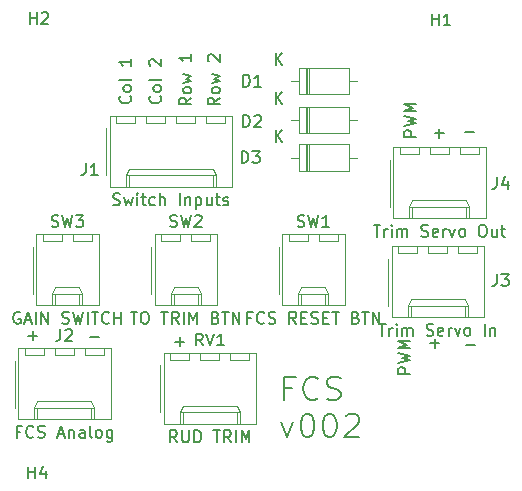
<source format=gbr>
G04 #@! TF.GenerationSoftware,KiCad,Pcbnew,(5.1.5-0-10_14)*
G04 #@! TF.CreationDate,2021-04-18T15:35:27+10:00*
G04 #@! TF.ProjectId,OH - Left Console - 6 - Flight Control Systems Panel ,4f48202d-204c-4656-9674-20436f6e736f,rev?*
G04 #@! TF.SameCoordinates,Original*
G04 #@! TF.FileFunction,Legend,Top*
G04 #@! TF.FilePolarity,Positive*
%FSLAX46Y46*%
G04 Gerber Fmt 4.6, Leading zero omitted, Abs format (unit mm)*
G04 Created by KiCad (PCBNEW (5.1.5-0-10_14)) date 2021-04-18 15:35:27*
%MOMM*%
%LPD*%
G04 APERTURE LIST*
%ADD10C,0.150000*%
%ADD11C,0.120000*%
G04 APERTURE END LIST*
D10*
X108331047Y-132659428D02*
X109092952Y-132659428D01*
X105283047Y-132532428D02*
X106044952Y-132532428D01*
X105664000Y-132913380D02*
X105664000Y-132151476D01*
X103576380Y-135135761D02*
X102576380Y-135135761D01*
X102576380Y-134754809D01*
X102624000Y-134659571D01*
X102671619Y-134611952D01*
X102766857Y-134564333D01*
X102909714Y-134564333D01*
X103004952Y-134611952D01*
X103052571Y-134659571D01*
X103100190Y-134754809D01*
X103100190Y-135135761D01*
X102576380Y-134231000D02*
X103576380Y-133992904D01*
X102862095Y-133802428D01*
X103576380Y-133611952D01*
X102576380Y-133373857D01*
X103576380Y-132992904D02*
X102576380Y-132992904D01*
X103290666Y-132659571D01*
X102576380Y-132326238D01*
X103576380Y-132326238D01*
X104084380Y-115069761D02*
X103084380Y-115069761D01*
X103084380Y-114688809D01*
X103132000Y-114593571D01*
X103179619Y-114545952D01*
X103274857Y-114498333D01*
X103417714Y-114498333D01*
X103512952Y-114545952D01*
X103560571Y-114593571D01*
X103608190Y-114688809D01*
X103608190Y-115069761D01*
X103084380Y-114165000D02*
X104084380Y-113926904D01*
X103370095Y-113736428D01*
X104084380Y-113545952D01*
X103084380Y-113307857D01*
X104084380Y-112926904D02*
X103084380Y-112926904D01*
X103798666Y-112593571D01*
X103084380Y-112260238D01*
X104084380Y-112260238D01*
X108204047Y-114625428D02*
X108965952Y-114625428D01*
X105664047Y-114752428D02*
X106425952Y-114752428D01*
X106045000Y-115133380D02*
X106045000Y-114371476D01*
X87447380Y-111759809D02*
X86971190Y-112093142D01*
X87447380Y-112331238D02*
X86447380Y-112331238D01*
X86447380Y-111950285D01*
X86495000Y-111855047D01*
X86542619Y-111807428D01*
X86637857Y-111759809D01*
X86780714Y-111759809D01*
X86875952Y-111807428D01*
X86923571Y-111855047D01*
X86971190Y-111950285D01*
X86971190Y-112331238D01*
X87447380Y-111188380D02*
X87399761Y-111283619D01*
X87352142Y-111331238D01*
X87256904Y-111378857D01*
X86971190Y-111378857D01*
X86875952Y-111331238D01*
X86828333Y-111283619D01*
X86780714Y-111188380D01*
X86780714Y-111045523D01*
X86828333Y-110950285D01*
X86875952Y-110902666D01*
X86971190Y-110855047D01*
X87256904Y-110855047D01*
X87352142Y-110902666D01*
X87399761Y-110950285D01*
X87447380Y-111045523D01*
X87447380Y-111188380D01*
X86780714Y-110521714D02*
X87447380Y-110331238D01*
X86971190Y-110140761D01*
X87447380Y-109950285D01*
X86780714Y-109759809D01*
X86542619Y-108664571D02*
X86495000Y-108616952D01*
X86447380Y-108521714D01*
X86447380Y-108283619D01*
X86495000Y-108188380D01*
X86542619Y-108140761D01*
X86637857Y-108093142D01*
X86733095Y-108093142D01*
X86875952Y-108140761D01*
X87447380Y-108712190D01*
X87447380Y-108093142D01*
X85034380Y-111759809D02*
X84558190Y-112093142D01*
X85034380Y-112331238D02*
X84034380Y-112331238D01*
X84034380Y-111950285D01*
X84082000Y-111855047D01*
X84129619Y-111807428D01*
X84224857Y-111759809D01*
X84367714Y-111759809D01*
X84462952Y-111807428D01*
X84510571Y-111855047D01*
X84558190Y-111950285D01*
X84558190Y-112331238D01*
X85034380Y-111188380D02*
X84986761Y-111283619D01*
X84939142Y-111331238D01*
X84843904Y-111378857D01*
X84558190Y-111378857D01*
X84462952Y-111331238D01*
X84415333Y-111283619D01*
X84367714Y-111188380D01*
X84367714Y-111045523D01*
X84415333Y-110950285D01*
X84462952Y-110902666D01*
X84558190Y-110855047D01*
X84843904Y-110855047D01*
X84939142Y-110902666D01*
X84986761Y-110950285D01*
X85034380Y-111045523D01*
X85034380Y-111188380D01*
X84367714Y-110521714D02*
X85034380Y-110331238D01*
X84558190Y-110140761D01*
X85034380Y-109950285D01*
X84367714Y-109759809D01*
X85034380Y-108093142D02*
X85034380Y-108664571D01*
X85034380Y-108378857D02*
X84034380Y-108378857D01*
X84177238Y-108474095D01*
X84272476Y-108569333D01*
X84320095Y-108664571D01*
X82399142Y-111624904D02*
X82446761Y-111672523D01*
X82494380Y-111815380D01*
X82494380Y-111910619D01*
X82446761Y-112053476D01*
X82351523Y-112148714D01*
X82256285Y-112196333D01*
X82065809Y-112243952D01*
X81922952Y-112243952D01*
X81732476Y-112196333D01*
X81637238Y-112148714D01*
X81542000Y-112053476D01*
X81494380Y-111910619D01*
X81494380Y-111815380D01*
X81542000Y-111672523D01*
X81589619Y-111624904D01*
X82494380Y-111053476D02*
X82446761Y-111148714D01*
X82399142Y-111196333D01*
X82303904Y-111243952D01*
X82018190Y-111243952D01*
X81922952Y-111196333D01*
X81875333Y-111148714D01*
X81827714Y-111053476D01*
X81827714Y-110910619D01*
X81875333Y-110815380D01*
X81922952Y-110767761D01*
X82018190Y-110720142D01*
X82303904Y-110720142D01*
X82399142Y-110767761D01*
X82446761Y-110815380D01*
X82494380Y-110910619D01*
X82494380Y-111053476D01*
X82494380Y-110148714D02*
X82446761Y-110243952D01*
X82351523Y-110291571D01*
X81494380Y-110291571D01*
X81589619Y-109053476D02*
X81542000Y-109005857D01*
X81494380Y-108910619D01*
X81494380Y-108672523D01*
X81542000Y-108577285D01*
X81589619Y-108529666D01*
X81684857Y-108482047D01*
X81780095Y-108482047D01*
X81922952Y-108529666D01*
X82494380Y-109101095D01*
X82494380Y-108482047D01*
X79859142Y-111624904D02*
X79906761Y-111672523D01*
X79954380Y-111815380D01*
X79954380Y-111910619D01*
X79906761Y-112053476D01*
X79811523Y-112148714D01*
X79716285Y-112196333D01*
X79525809Y-112243952D01*
X79382952Y-112243952D01*
X79192476Y-112196333D01*
X79097238Y-112148714D01*
X79002000Y-112053476D01*
X78954380Y-111910619D01*
X78954380Y-111815380D01*
X79002000Y-111672523D01*
X79049619Y-111624904D01*
X79954380Y-111053476D02*
X79906761Y-111148714D01*
X79859142Y-111196333D01*
X79763904Y-111243952D01*
X79478190Y-111243952D01*
X79382952Y-111196333D01*
X79335333Y-111148714D01*
X79287714Y-111053476D01*
X79287714Y-110910619D01*
X79335333Y-110815380D01*
X79382952Y-110767761D01*
X79478190Y-110720142D01*
X79763904Y-110720142D01*
X79859142Y-110767761D01*
X79906761Y-110815380D01*
X79954380Y-110910619D01*
X79954380Y-111053476D01*
X79954380Y-110148714D02*
X79906761Y-110243952D01*
X79811523Y-110291571D01*
X78954380Y-110291571D01*
X79954380Y-108482047D02*
X79954380Y-109053476D01*
X79954380Y-108767761D02*
X78954380Y-108767761D01*
X79097238Y-108863000D01*
X79192476Y-108958238D01*
X79240095Y-109053476D01*
X83693047Y-132405428D02*
X84454952Y-132405428D01*
X84074000Y-132786380D02*
X84074000Y-132024476D01*
X76454047Y-132024428D02*
X77215952Y-132024428D01*
X71247047Y-131897428D02*
X72008952Y-131897428D01*
X71628000Y-132278380D02*
X71628000Y-131516476D01*
X93583428Y-136331142D02*
X92916761Y-136331142D01*
X92916761Y-137378761D02*
X92916761Y-135378761D01*
X93869142Y-135378761D01*
X95773904Y-137188285D02*
X95678666Y-137283523D01*
X95392952Y-137378761D01*
X95202476Y-137378761D01*
X94916761Y-137283523D01*
X94726285Y-137093047D01*
X94631047Y-136902571D01*
X94535809Y-136521619D01*
X94535809Y-136235904D01*
X94631047Y-135854952D01*
X94726285Y-135664476D01*
X94916761Y-135474000D01*
X95202476Y-135378761D01*
X95392952Y-135378761D01*
X95678666Y-135474000D01*
X95773904Y-135569238D01*
X96535809Y-137283523D02*
X96821523Y-137378761D01*
X97297714Y-137378761D01*
X97488190Y-137283523D01*
X97583428Y-137188285D01*
X97678666Y-136997809D01*
X97678666Y-136807333D01*
X97583428Y-136616857D01*
X97488190Y-136521619D01*
X97297714Y-136426380D01*
X96916761Y-136331142D01*
X96726285Y-136235904D01*
X96631047Y-136140666D01*
X96535809Y-135950190D01*
X96535809Y-135759714D01*
X96631047Y-135569238D01*
X96726285Y-135474000D01*
X96916761Y-135378761D01*
X97392952Y-135378761D01*
X97678666Y-135474000D01*
X92678666Y-139195428D02*
X93154857Y-140528761D01*
X93631047Y-139195428D01*
X94773904Y-138528761D02*
X94964380Y-138528761D01*
X95154857Y-138624000D01*
X95250095Y-138719238D01*
X95345333Y-138909714D01*
X95440571Y-139290666D01*
X95440571Y-139766857D01*
X95345333Y-140147809D01*
X95250095Y-140338285D01*
X95154857Y-140433523D01*
X94964380Y-140528761D01*
X94773904Y-140528761D01*
X94583428Y-140433523D01*
X94488190Y-140338285D01*
X94392952Y-140147809D01*
X94297714Y-139766857D01*
X94297714Y-139290666D01*
X94392952Y-138909714D01*
X94488190Y-138719238D01*
X94583428Y-138624000D01*
X94773904Y-138528761D01*
X96678666Y-138528761D02*
X96869142Y-138528761D01*
X97059619Y-138624000D01*
X97154857Y-138719238D01*
X97250095Y-138909714D01*
X97345333Y-139290666D01*
X97345333Y-139766857D01*
X97250095Y-140147809D01*
X97154857Y-140338285D01*
X97059619Y-140433523D01*
X96869142Y-140528761D01*
X96678666Y-140528761D01*
X96488190Y-140433523D01*
X96392952Y-140338285D01*
X96297714Y-140147809D01*
X96202476Y-139766857D01*
X96202476Y-139290666D01*
X96297714Y-138909714D01*
X96392952Y-138719238D01*
X96488190Y-138624000D01*
X96678666Y-138528761D01*
X98107238Y-138719238D02*
X98202476Y-138624000D01*
X98392952Y-138528761D01*
X98869142Y-138528761D01*
X99059619Y-138624000D01*
X99154857Y-138719238D01*
X99250095Y-138909714D01*
X99250095Y-139100190D01*
X99154857Y-139385904D01*
X98012000Y-140528761D01*
X99250095Y-140528761D01*
D11*
X109385000Y-116569000D02*
X109385000Y-115969000D01*
X107785000Y-116569000D02*
X109385000Y-116569000D01*
X107785000Y-115969000D02*
X107785000Y-116569000D01*
X106845000Y-116569000D02*
X106845000Y-115969000D01*
X105245000Y-116569000D02*
X106845000Y-116569000D01*
X105245000Y-115969000D02*
X105245000Y-116569000D01*
X104305000Y-116569000D02*
X104305000Y-115969000D01*
X102705000Y-116569000D02*
X104305000Y-116569000D01*
X102705000Y-115969000D02*
X102705000Y-116569000D01*
X108335000Y-121989000D02*
X108335000Y-120989000D01*
X103755000Y-121989000D02*
X103755000Y-120989000D01*
X108335000Y-120459000D02*
X108585000Y-120989000D01*
X103755000Y-120459000D02*
X108335000Y-120459000D01*
X103505000Y-120989000D02*
X103755000Y-120459000D01*
X108585000Y-120989000D02*
X108585000Y-121989000D01*
X103505000Y-120989000D02*
X108585000Y-120989000D01*
X103505000Y-121989000D02*
X103505000Y-120989000D01*
X101835000Y-116999000D02*
X101835000Y-120999000D01*
X109965000Y-115969000D02*
X102125000Y-115969000D01*
X109965000Y-121989000D02*
X109965000Y-115969000D01*
X102125000Y-121989000D02*
X109965000Y-121989000D01*
X102125000Y-115969000D02*
X102125000Y-121989000D01*
X109258000Y-124951000D02*
X109258000Y-124351000D01*
X107658000Y-124951000D02*
X109258000Y-124951000D01*
X107658000Y-124351000D02*
X107658000Y-124951000D01*
X106718000Y-124951000D02*
X106718000Y-124351000D01*
X105118000Y-124951000D02*
X106718000Y-124951000D01*
X105118000Y-124351000D02*
X105118000Y-124951000D01*
X104178000Y-124951000D02*
X104178000Y-124351000D01*
X102578000Y-124951000D02*
X104178000Y-124951000D01*
X102578000Y-124351000D02*
X102578000Y-124951000D01*
X108208000Y-130371000D02*
X108208000Y-129371000D01*
X103628000Y-130371000D02*
X103628000Y-129371000D01*
X108208000Y-128841000D02*
X108458000Y-129371000D01*
X103628000Y-128841000D02*
X108208000Y-128841000D01*
X103378000Y-129371000D02*
X103628000Y-128841000D01*
X108458000Y-129371000D02*
X108458000Y-130371000D01*
X103378000Y-129371000D02*
X108458000Y-129371000D01*
X103378000Y-130371000D02*
X103378000Y-129371000D01*
X101708000Y-125381000D02*
X101708000Y-129381000D01*
X109838000Y-124351000D02*
X101998000Y-124351000D01*
X109838000Y-130371000D02*
X109838000Y-124351000D01*
X101998000Y-130371000D02*
X109838000Y-130371000D01*
X101998000Y-124351000D02*
X101998000Y-130371000D01*
X76619000Y-123935000D02*
X76619000Y-123335000D01*
X75019000Y-123935000D02*
X76619000Y-123935000D01*
X75019000Y-123335000D02*
X75019000Y-123935000D01*
X74079000Y-123935000D02*
X74079000Y-123335000D01*
X72479000Y-123935000D02*
X74079000Y-123935000D01*
X72479000Y-123335000D02*
X72479000Y-123935000D01*
X75569000Y-129355000D02*
X75569000Y-128355000D01*
X73529000Y-129355000D02*
X73529000Y-128355000D01*
X75569000Y-127825000D02*
X75819000Y-128355000D01*
X73529000Y-127825000D02*
X75569000Y-127825000D01*
X73279000Y-128355000D02*
X73529000Y-127825000D01*
X75819000Y-128355000D02*
X75819000Y-129355000D01*
X73279000Y-128355000D02*
X75819000Y-128355000D01*
X73279000Y-129355000D02*
X73279000Y-128355000D01*
X71609000Y-124365000D02*
X71609000Y-128365000D01*
X77199000Y-123335000D02*
X71899000Y-123335000D01*
X77199000Y-129355000D02*
X77199000Y-123335000D01*
X71899000Y-129355000D02*
X77199000Y-129355000D01*
X71899000Y-123335000D02*
X71899000Y-129355000D01*
X86652000Y-123935000D02*
X86652000Y-123335000D01*
X85052000Y-123935000D02*
X86652000Y-123935000D01*
X85052000Y-123335000D02*
X85052000Y-123935000D01*
X84112000Y-123935000D02*
X84112000Y-123335000D01*
X82512000Y-123935000D02*
X84112000Y-123935000D01*
X82512000Y-123335000D02*
X82512000Y-123935000D01*
X85602000Y-129355000D02*
X85602000Y-128355000D01*
X83562000Y-129355000D02*
X83562000Y-128355000D01*
X85602000Y-127825000D02*
X85852000Y-128355000D01*
X83562000Y-127825000D02*
X85602000Y-127825000D01*
X83312000Y-128355000D02*
X83562000Y-127825000D01*
X85852000Y-128355000D02*
X85852000Y-129355000D01*
X83312000Y-128355000D02*
X85852000Y-128355000D01*
X83312000Y-129355000D02*
X83312000Y-128355000D01*
X81642000Y-124365000D02*
X81642000Y-128365000D01*
X87232000Y-123335000D02*
X81932000Y-123335000D01*
X87232000Y-129355000D02*
X87232000Y-123335000D01*
X81932000Y-129355000D02*
X87232000Y-129355000D01*
X81932000Y-123335000D02*
X81932000Y-129355000D01*
X97447000Y-123935000D02*
X97447000Y-123335000D01*
X95847000Y-123935000D02*
X97447000Y-123935000D01*
X95847000Y-123335000D02*
X95847000Y-123935000D01*
X94907000Y-123935000D02*
X94907000Y-123335000D01*
X93307000Y-123935000D02*
X94907000Y-123935000D01*
X93307000Y-123335000D02*
X93307000Y-123935000D01*
X96397000Y-129355000D02*
X96397000Y-128355000D01*
X94357000Y-129355000D02*
X94357000Y-128355000D01*
X96397000Y-127825000D02*
X96647000Y-128355000D01*
X94357000Y-127825000D02*
X96397000Y-127825000D01*
X94107000Y-128355000D02*
X94357000Y-127825000D01*
X96647000Y-128355000D02*
X96647000Y-129355000D01*
X94107000Y-128355000D02*
X96647000Y-128355000D01*
X94107000Y-129355000D02*
X94107000Y-128355000D01*
X92437000Y-124365000D02*
X92437000Y-128365000D01*
X98027000Y-123335000D02*
X92727000Y-123335000D01*
X98027000Y-129355000D02*
X98027000Y-123335000D01*
X92727000Y-129355000D02*
X98027000Y-129355000D01*
X92727000Y-123335000D02*
X92727000Y-129355000D01*
X89954000Y-133968000D02*
X89954000Y-133368000D01*
X88354000Y-133968000D02*
X89954000Y-133968000D01*
X88354000Y-133368000D02*
X88354000Y-133968000D01*
X87414000Y-133968000D02*
X87414000Y-133368000D01*
X85814000Y-133968000D02*
X87414000Y-133968000D01*
X85814000Y-133368000D02*
X85814000Y-133968000D01*
X84874000Y-133968000D02*
X84874000Y-133368000D01*
X83274000Y-133968000D02*
X84874000Y-133968000D01*
X83274000Y-133368000D02*
X83274000Y-133968000D01*
X88904000Y-139388000D02*
X88904000Y-138388000D01*
X84324000Y-139388000D02*
X84324000Y-138388000D01*
X88904000Y-137858000D02*
X89154000Y-138388000D01*
X84324000Y-137858000D02*
X88904000Y-137858000D01*
X84074000Y-138388000D02*
X84324000Y-137858000D01*
X89154000Y-138388000D02*
X89154000Y-139388000D01*
X84074000Y-138388000D02*
X89154000Y-138388000D01*
X84074000Y-139388000D02*
X84074000Y-138388000D01*
X82404000Y-134398000D02*
X82404000Y-138398000D01*
X90534000Y-133368000D02*
X82694000Y-133368000D01*
X90534000Y-139388000D02*
X90534000Y-133368000D01*
X82694000Y-139388000D02*
X90534000Y-139388000D01*
X82694000Y-133368000D02*
X82694000Y-139388000D01*
X77635000Y-133587000D02*
X77635000Y-132987000D01*
X76035000Y-133587000D02*
X77635000Y-133587000D01*
X76035000Y-132987000D02*
X76035000Y-133587000D01*
X75095000Y-133587000D02*
X75095000Y-132987000D01*
X73495000Y-133587000D02*
X75095000Y-133587000D01*
X73495000Y-132987000D02*
X73495000Y-133587000D01*
X72555000Y-133587000D02*
X72555000Y-132987000D01*
X70955000Y-133587000D02*
X72555000Y-133587000D01*
X70955000Y-132987000D02*
X70955000Y-133587000D01*
X76585000Y-139007000D02*
X76585000Y-138007000D01*
X72005000Y-139007000D02*
X72005000Y-138007000D01*
X76585000Y-137477000D02*
X76835000Y-138007000D01*
X72005000Y-137477000D02*
X76585000Y-137477000D01*
X71755000Y-138007000D02*
X72005000Y-137477000D01*
X76835000Y-138007000D02*
X76835000Y-139007000D01*
X71755000Y-138007000D02*
X76835000Y-138007000D01*
X71755000Y-139007000D02*
X71755000Y-138007000D01*
X70085000Y-134017000D02*
X70085000Y-138017000D01*
X78215000Y-132987000D02*
X70375000Y-132987000D01*
X78215000Y-139007000D02*
X78215000Y-132987000D01*
X70375000Y-139007000D02*
X78215000Y-139007000D01*
X70375000Y-132987000D02*
X70375000Y-139007000D01*
X87922000Y-113902000D02*
X87922000Y-113302000D01*
X86322000Y-113902000D02*
X87922000Y-113902000D01*
X86322000Y-113302000D02*
X86322000Y-113902000D01*
X85382000Y-113902000D02*
X85382000Y-113302000D01*
X83782000Y-113902000D02*
X85382000Y-113902000D01*
X83782000Y-113302000D02*
X83782000Y-113902000D01*
X82842000Y-113902000D02*
X82842000Y-113302000D01*
X81242000Y-113902000D02*
X82842000Y-113902000D01*
X81242000Y-113302000D02*
X81242000Y-113902000D01*
X80302000Y-113902000D02*
X80302000Y-113302000D01*
X78702000Y-113902000D02*
X80302000Y-113902000D01*
X78702000Y-113302000D02*
X78702000Y-113902000D01*
X86872000Y-119322000D02*
X86872000Y-118322000D01*
X79752000Y-119322000D02*
X79752000Y-118322000D01*
X86872000Y-117792000D02*
X87122000Y-118322000D01*
X79752000Y-117792000D02*
X86872000Y-117792000D01*
X79502000Y-118322000D02*
X79752000Y-117792000D01*
X87122000Y-118322000D02*
X87122000Y-119322000D01*
X79502000Y-118322000D02*
X87122000Y-118322000D01*
X79502000Y-119322000D02*
X79502000Y-118322000D01*
X77832000Y-114332000D02*
X77832000Y-118332000D01*
X88502000Y-113302000D02*
X78122000Y-113302000D01*
X88502000Y-119322000D02*
X88502000Y-113302000D01*
X78122000Y-119322000D02*
X88502000Y-119322000D01*
X78122000Y-113302000D02*
X78122000Y-119322000D01*
X94746000Y-115720000D02*
X94746000Y-117960000D01*
X94986000Y-115720000D02*
X94986000Y-117960000D01*
X94866000Y-115720000D02*
X94866000Y-117960000D01*
X99036000Y-116840000D02*
X98386000Y-116840000D01*
X93496000Y-116840000D02*
X94146000Y-116840000D01*
X98386000Y-115720000D02*
X94146000Y-115720000D01*
X98386000Y-117960000D02*
X98386000Y-115720000D01*
X94146000Y-117960000D02*
X98386000Y-117960000D01*
X94146000Y-115720000D02*
X94146000Y-117960000D01*
X94746000Y-112545000D02*
X94746000Y-114785000D01*
X94986000Y-112545000D02*
X94986000Y-114785000D01*
X94866000Y-112545000D02*
X94866000Y-114785000D01*
X99036000Y-113665000D02*
X98386000Y-113665000D01*
X93496000Y-113665000D02*
X94146000Y-113665000D01*
X98386000Y-112545000D02*
X94146000Y-112545000D01*
X98386000Y-114785000D02*
X98386000Y-112545000D01*
X94146000Y-114785000D02*
X98386000Y-114785000D01*
X94146000Y-112545000D02*
X94146000Y-114785000D01*
X94746000Y-109243000D02*
X94746000Y-111483000D01*
X94986000Y-109243000D02*
X94986000Y-111483000D01*
X94866000Y-109243000D02*
X94866000Y-111483000D01*
X99036000Y-110363000D02*
X98386000Y-110363000D01*
X93496000Y-110363000D02*
X94146000Y-110363000D01*
X98386000Y-109243000D02*
X94146000Y-109243000D01*
X98386000Y-111483000D02*
X98386000Y-109243000D01*
X94146000Y-111483000D02*
X98386000Y-111483000D01*
X94146000Y-109243000D02*
X94146000Y-111483000D01*
D10*
X110918666Y-118451380D02*
X110918666Y-119165666D01*
X110871047Y-119308523D01*
X110775809Y-119403761D01*
X110632952Y-119451380D01*
X110537714Y-119451380D01*
X111823428Y-118784714D02*
X111823428Y-119451380D01*
X111585333Y-118403761D02*
X111347238Y-119118047D01*
X111966285Y-119118047D01*
X100473571Y-122531380D02*
X101045000Y-122531380D01*
X100759285Y-123531380D02*
X100759285Y-122531380D01*
X101378333Y-123531380D02*
X101378333Y-122864714D01*
X101378333Y-123055190D02*
X101425952Y-122959952D01*
X101473571Y-122912333D01*
X101568809Y-122864714D01*
X101664047Y-122864714D01*
X101997380Y-123531380D02*
X101997380Y-122864714D01*
X101997380Y-122531380D02*
X101949761Y-122579000D01*
X101997380Y-122626619D01*
X102045000Y-122579000D01*
X101997380Y-122531380D01*
X101997380Y-122626619D01*
X102473571Y-123531380D02*
X102473571Y-122864714D01*
X102473571Y-122959952D02*
X102521190Y-122912333D01*
X102616428Y-122864714D01*
X102759285Y-122864714D01*
X102854523Y-122912333D01*
X102902142Y-123007571D01*
X102902142Y-123531380D01*
X102902142Y-123007571D02*
X102949761Y-122912333D01*
X103045000Y-122864714D01*
X103187857Y-122864714D01*
X103283095Y-122912333D01*
X103330714Y-123007571D01*
X103330714Y-123531380D01*
X104521190Y-123483761D02*
X104664047Y-123531380D01*
X104902142Y-123531380D01*
X104997380Y-123483761D01*
X105045000Y-123436142D01*
X105092619Y-123340904D01*
X105092619Y-123245666D01*
X105045000Y-123150428D01*
X104997380Y-123102809D01*
X104902142Y-123055190D01*
X104711666Y-123007571D01*
X104616428Y-122959952D01*
X104568809Y-122912333D01*
X104521190Y-122817095D01*
X104521190Y-122721857D01*
X104568809Y-122626619D01*
X104616428Y-122579000D01*
X104711666Y-122531380D01*
X104949761Y-122531380D01*
X105092619Y-122579000D01*
X105902142Y-123483761D02*
X105806904Y-123531380D01*
X105616428Y-123531380D01*
X105521190Y-123483761D01*
X105473571Y-123388523D01*
X105473571Y-123007571D01*
X105521190Y-122912333D01*
X105616428Y-122864714D01*
X105806904Y-122864714D01*
X105902142Y-122912333D01*
X105949761Y-123007571D01*
X105949761Y-123102809D01*
X105473571Y-123198047D01*
X106378333Y-123531380D02*
X106378333Y-122864714D01*
X106378333Y-123055190D02*
X106425952Y-122959952D01*
X106473571Y-122912333D01*
X106568809Y-122864714D01*
X106664047Y-122864714D01*
X106902142Y-122864714D02*
X107140238Y-123531380D01*
X107378333Y-122864714D01*
X107902142Y-123531380D02*
X107806904Y-123483761D01*
X107759285Y-123436142D01*
X107711666Y-123340904D01*
X107711666Y-123055190D01*
X107759285Y-122959952D01*
X107806904Y-122912333D01*
X107902142Y-122864714D01*
X108045000Y-122864714D01*
X108140238Y-122912333D01*
X108187857Y-122959952D01*
X108235476Y-123055190D01*
X108235476Y-123340904D01*
X108187857Y-123436142D01*
X108140238Y-123483761D01*
X108045000Y-123531380D01*
X107902142Y-123531380D01*
X109616428Y-122531380D02*
X109806904Y-122531380D01*
X109902142Y-122579000D01*
X109997380Y-122674238D01*
X110045000Y-122864714D01*
X110045000Y-123198047D01*
X109997380Y-123388523D01*
X109902142Y-123483761D01*
X109806904Y-123531380D01*
X109616428Y-123531380D01*
X109521190Y-123483761D01*
X109425952Y-123388523D01*
X109378333Y-123198047D01*
X109378333Y-122864714D01*
X109425952Y-122674238D01*
X109521190Y-122579000D01*
X109616428Y-122531380D01*
X110902142Y-122864714D02*
X110902142Y-123531380D01*
X110473571Y-122864714D02*
X110473571Y-123388523D01*
X110521190Y-123483761D01*
X110616428Y-123531380D01*
X110759285Y-123531380D01*
X110854523Y-123483761D01*
X110902142Y-123436142D01*
X111235476Y-122864714D02*
X111616428Y-122864714D01*
X111378333Y-122531380D02*
X111378333Y-123388523D01*
X111425952Y-123483761D01*
X111521190Y-123531380D01*
X111616428Y-123531380D01*
X110918666Y-126706380D02*
X110918666Y-127420666D01*
X110871047Y-127563523D01*
X110775809Y-127658761D01*
X110632952Y-127706380D01*
X110537714Y-127706380D01*
X111299619Y-126706380D02*
X111918666Y-126706380D01*
X111585333Y-127087333D01*
X111728190Y-127087333D01*
X111823428Y-127134952D01*
X111871047Y-127182571D01*
X111918666Y-127277809D01*
X111918666Y-127515904D01*
X111871047Y-127611142D01*
X111823428Y-127658761D01*
X111728190Y-127706380D01*
X111442476Y-127706380D01*
X111347238Y-127658761D01*
X111299619Y-127611142D01*
X100918000Y-130913380D02*
X101489428Y-130913380D01*
X101203714Y-131913380D02*
X101203714Y-130913380D01*
X101822761Y-131913380D02*
X101822761Y-131246714D01*
X101822761Y-131437190D02*
X101870380Y-131341952D01*
X101918000Y-131294333D01*
X102013238Y-131246714D01*
X102108476Y-131246714D01*
X102441809Y-131913380D02*
X102441809Y-131246714D01*
X102441809Y-130913380D02*
X102394190Y-130961000D01*
X102441809Y-131008619D01*
X102489428Y-130961000D01*
X102441809Y-130913380D01*
X102441809Y-131008619D01*
X102918000Y-131913380D02*
X102918000Y-131246714D01*
X102918000Y-131341952D02*
X102965619Y-131294333D01*
X103060857Y-131246714D01*
X103203714Y-131246714D01*
X103298952Y-131294333D01*
X103346571Y-131389571D01*
X103346571Y-131913380D01*
X103346571Y-131389571D02*
X103394190Y-131294333D01*
X103489428Y-131246714D01*
X103632285Y-131246714D01*
X103727523Y-131294333D01*
X103775142Y-131389571D01*
X103775142Y-131913380D01*
X104965619Y-131865761D02*
X105108476Y-131913380D01*
X105346571Y-131913380D01*
X105441809Y-131865761D01*
X105489428Y-131818142D01*
X105537047Y-131722904D01*
X105537047Y-131627666D01*
X105489428Y-131532428D01*
X105441809Y-131484809D01*
X105346571Y-131437190D01*
X105156095Y-131389571D01*
X105060857Y-131341952D01*
X105013238Y-131294333D01*
X104965619Y-131199095D01*
X104965619Y-131103857D01*
X105013238Y-131008619D01*
X105060857Y-130961000D01*
X105156095Y-130913380D01*
X105394190Y-130913380D01*
X105537047Y-130961000D01*
X106346571Y-131865761D02*
X106251333Y-131913380D01*
X106060857Y-131913380D01*
X105965619Y-131865761D01*
X105918000Y-131770523D01*
X105918000Y-131389571D01*
X105965619Y-131294333D01*
X106060857Y-131246714D01*
X106251333Y-131246714D01*
X106346571Y-131294333D01*
X106394190Y-131389571D01*
X106394190Y-131484809D01*
X105918000Y-131580047D01*
X106822761Y-131913380D02*
X106822761Y-131246714D01*
X106822761Y-131437190D02*
X106870380Y-131341952D01*
X106918000Y-131294333D01*
X107013238Y-131246714D01*
X107108476Y-131246714D01*
X107346571Y-131246714D02*
X107584666Y-131913380D01*
X107822761Y-131246714D01*
X108346571Y-131913380D02*
X108251333Y-131865761D01*
X108203714Y-131818142D01*
X108156095Y-131722904D01*
X108156095Y-131437190D01*
X108203714Y-131341952D01*
X108251333Y-131294333D01*
X108346571Y-131246714D01*
X108489428Y-131246714D01*
X108584666Y-131294333D01*
X108632285Y-131341952D01*
X108679904Y-131437190D01*
X108679904Y-131722904D01*
X108632285Y-131818142D01*
X108584666Y-131865761D01*
X108489428Y-131913380D01*
X108346571Y-131913380D01*
X109870380Y-131913380D02*
X109870380Y-130913380D01*
X110346571Y-131246714D02*
X110346571Y-131913380D01*
X110346571Y-131341952D02*
X110394190Y-131294333D01*
X110489428Y-131246714D01*
X110632285Y-131246714D01*
X110727523Y-131294333D01*
X110775142Y-131389571D01*
X110775142Y-131913380D01*
X71247095Y-143996380D02*
X71247095Y-142996380D01*
X71247095Y-143472571D02*
X71818523Y-143472571D01*
X71818523Y-143996380D02*
X71818523Y-142996380D01*
X72723285Y-143329714D02*
X72723285Y-143996380D01*
X72485190Y-142948761D02*
X72247095Y-143663047D01*
X72866142Y-143663047D01*
X71374095Y-105515380D02*
X71374095Y-104515380D01*
X71374095Y-104991571D02*
X71945523Y-104991571D01*
X71945523Y-105515380D02*
X71945523Y-104515380D01*
X72374095Y-104610619D02*
X72421714Y-104563000D01*
X72516952Y-104515380D01*
X72755047Y-104515380D01*
X72850285Y-104563000D01*
X72897904Y-104610619D01*
X72945523Y-104705857D01*
X72945523Y-104801095D01*
X72897904Y-104943952D01*
X72326476Y-105515380D01*
X72945523Y-105515380D01*
X105410095Y-105642380D02*
X105410095Y-104642380D01*
X105410095Y-105118571D02*
X105981523Y-105118571D01*
X105981523Y-105642380D02*
X105981523Y-104642380D01*
X106981523Y-105642380D02*
X106410095Y-105642380D01*
X106695809Y-105642380D02*
X106695809Y-104642380D01*
X106600571Y-104785238D01*
X106505333Y-104880476D01*
X106410095Y-104928095D01*
X73215666Y-122649761D02*
X73358523Y-122697380D01*
X73596619Y-122697380D01*
X73691857Y-122649761D01*
X73739476Y-122602142D01*
X73787095Y-122506904D01*
X73787095Y-122411666D01*
X73739476Y-122316428D01*
X73691857Y-122268809D01*
X73596619Y-122221190D01*
X73406142Y-122173571D01*
X73310904Y-122125952D01*
X73263285Y-122078333D01*
X73215666Y-121983095D01*
X73215666Y-121887857D01*
X73263285Y-121792619D01*
X73310904Y-121745000D01*
X73406142Y-121697380D01*
X73644238Y-121697380D01*
X73787095Y-121745000D01*
X74120428Y-121697380D02*
X74358523Y-122697380D01*
X74549000Y-121983095D01*
X74739476Y-122697380D01*
X74977571Y-121697380D01*
X75263285Y-121697380D02*
X75882333Y-121697380D01*
X75549000Y-122078333D01*
X75691857Y-122078333D01*
X75787095Y-122125952D01*
X75834714Y-122173571D01*
X75882333Y-122268809D01*
X75882333Y-122506904D01*
X75834714Y-122602142D01*
X75787095Y-122649761D01*
X75691857Y-122697380D01*
X75406142Y-122697380D01*
X75310904Y-122649761D01*
X75263285Y-122602142D01*
X70549000Y-129945000D02*
X70453761Y-129897380D01*
X70310904Y-129897380D01*
X70168047Y-129945000D01*
X70072809Y-130040238D01*
X70025190Y-130135476D01*
X69977571Y-130325952D01*
X69977571Y-130468809D01*
X70025190Y-130659285D01*
X70072809Y-130754523D01*
X70168047Y-130849761D01*
X70310904Y-130897380D01*
X70406142Y-130897380D01*
X70549000Y-130849761D01*
X70596619Y-130802142D01*
X70596619Y-130468809D01*
X70406142Y-130468809D01*
X70977571Y-130611666D02*
X71453761Y-130611666D01*
X70882333Y-130897380D02*
X71215666Y-129897380D01*
X71549000Y-130897380D01*
X71882333Y-130897380D02*
X71882333Y-129897380D01*
X72358523Y-130897380D02*
X72358523Y-129897380D01*
X72929952Y-130897380D01*
X72929952Y-129897380D01*
X74120428Y-130849761D02*
X74263285Y-130897380D01*
X74501380Y-130897380D01*
X74596619Y-130849761D01*
X74644238Y-130802142D01*
X74691857Y-130706904D01*
X74691857Y-130611666D01*
X74644238Y-130516428D01*
X74596619Y-130468809D01*
X74501380Y-130421190D01*
X74310904Y-130373571D01*
X74215666Y-130325952D01*
X74168047Y-130278333D01*
X74120428Y-130183095D01*
X74120428Y-130087857D01*
X74168047Y-129992619D01*
X74215666Y-129945000D01*
X74310904Y-129897380D01*
X74549000Y-129897380D01*
X74691857Y-129945000D01*
X75025190Y-129897380D02*
X75263285Y-130897380D01*
X75453761Y-130183095D01*
X75644238Y-130897380D01*
X75882333Y-129897380D01*
X76263285Y-130897380D02*
X76263285Y-129897380D01*
X76596619Y-129897380D02*
X77168047Y-129897380D01*
X76882333Y-130897380D02*
X76882333Y-129897380D01*
X78072809Y-130802142D02*
X78025190Y-130849761D01*
X77882333Y-130897380D01*
X77787095Y-130897380D01*
X77644238Y-130849761D01*
X77549000Y-130754523D01*
X77501380Y-130659285D01*
X77453761Y-130468809D01*
X77453761Y-130325952D01*
X77501380Y-130135476D01*
X77549000Y-130040238D01*
X77644238Y-129945000D01*
X77787095Y-129897380D01*
X77882333Y-129897380D01*
X78025190Y-129945000D01*
X78072809Y-129992619D01*
X78501380Y-130897380D02*
X78501380Y-129897380D01*
X78501380Y-130373571D02*
X79072809Y-130373571D01*
X79072809Y-130897380D02*
X79072809Y-129897380D01*
X83248666Y-122649761D02*
X83391523Y-122697380D01*
X83629619Y-122697380D01*
X83724857Y-122649761D01*
X83772476Y-122602142D01*
X83820095Y-122506904D01*
X83820095Y-122411666D01*
X83772476Y-122316428D01*
X83724857Y-122268809D01*
X83629619Y-122221190D01*
X83439142Y-122173571D01*
X83343904Y-122125952D01*
X83296285Y-122078333D01*
X83248666Y-121983095D01*
X83248666Y-121887857D01*
X83296285Y-121792619D01*
X83343904Y-121745000D01*
X83439142Y-121697380D01*
X83677238Y-121697380D01*
X83820095Y-121745000D01*
X84153428Y-121697380D02*
X84391523Y-122697380D01*
X84582000Y-121983095D01*
X84772476Y-122697380D01*
X85010571Y-121697380D01*
X85343904Y-121792619D02*
X85391523Y-121745000D01*
X85486761Y-121697380D01*
X85724857Y-121697380D01*
X85820095Y-121745000D01*
X85867714Y-121792619D01*
X85915333Y-121887857D01*
X85915333Y-121983095D01*
X85867714Y-122125952D01*
X85296285Y-122697380D01*
X85915333Y-122697380D01*
X79915333Y-129897380D02*
X80486761Y-129897380D01*
X80201047Y-130897380D02*
X80201047Y-129897380D01*
X81010571Y-129897380D02*
X81201047Y-129897380D01*
X81296285Y-129945000D01*
X81391523Y-130040238D01*
X81439142Y-130230714D01*
X81439142Y-130564047D01*
X81391523Y-130754523D01*
X81296285Y-130849761D01*
X81201047Y-130897380D01*
X81010571Y-130897380D01*
X80915333Y-130849761D01*
X80820095Y-130754523D01*
X80772476Y-130564047D01*
X80772476Y-130230714D01*
X80820095Y-130040238D01*
X80915333Y-129945000D01*
X81010571Y-129897380D01*
X82486761Y-129897380D02*
X83058190Y-129897380D01*
X82772476Y-130897380D02*
X82772476Y-129897380D01*
X83962952Y-130897380D02*
X83629619Y-130421190D01*
X83391523Y-130897380D02*
X83391523Y-129897380D01*
X83772476Y-129897380D01*
X83867714Y-129945000D01*
X83915333Y-129992619D01*
X83962952Y-130087857D01*
X83962952Y-130230714D01*
X83915333Y-130325952D01*
X83867714Y-130373571D01*
X83772476Y-130421190D01*
X83391523Y-130421190D01*
X84391523Y-130897380D02*
X84391523Y-129897380D01*
X84867714Y-130897380D02*
X84867714Y-129897380D01*
X85201047Y-130611666D01*
X85534380Y-129897380D01*
X85534380Y-130897380D01*
X87105809Y-130373571D02*
X87248666Y-130421190D01*
X87296285Y-130468809D01*
X87343904Y-130564047D01*
X87343904Y-130706904D01*
X87296285Y-130802142D01*
X87248666Y-130849761D01*
X87153428Y-130897380D01*
X86772476Y-130897380D01*
X86772476Y-129897380D01*
X87105809Y-129897380D01*
X87201047Y-129945000D01*
X87248666Y-129992619D01*
X87296285Y-130087857D01*
X87296285Y-130183095D01*
X87248666Y-130278333D01*
X87201047Y-130325952D01*
X87105809Y-130373571D01*
X86772476Y-130373571D01*
X87629619Y-129897380D02*
X88201047Y-129897380D01*
X87915333Y-130897380D02*
X87915333Y-129897380D01*
X88534380Y-130897380D02*
X88534380Y-129897380D01*
X89105809Y-130897380D01*
X89105809Y-129897380D01*
X94043666Y-122649761D02*
X94186523Y-122697380D01*
X94424619Y-122697380D01*
X94519857Y-122649761D01*
X94567476Y-122602142D01*
X94615095Y-122506904D01*
X94615095Y-122411666D01*
X94567476Y-122316428D01*
X94519857Y-122268809D01*
X94424619Y-122221190D01*
X94234142Y-122173571D01*
X94138904Y-122125952D01*
X94091285Y-122078333D01*
X94043666Y-121983095D01*
X94043666Y-121887857D01*
X94091285Y-121792619D01*
X94138904Y-121745000D01*
X94234142Y-121697380D01*
X94472238Y-121697380D01*
X94615095Y-121745000D01*
X94948428Y-121697380D02*
X95186523Y-122697380D01*
X95377000Y-121983095D01*
X95567476Y-122697380D01*
X95805571Y-121697380D01*
X96710333Y-122697380D02*
X96138904Y-122697380D01*
X96424619Y-122697380D02*
X96424619Y-121697380D01*
X96329380Y-121840238D01*
X96234142Y-121935476D01*
X96138904Y-121983095D01*
X90115095Y-130373571D02*
X89781761Y-130373571D01*
X89781761Y-130897380D02*
X89781761Y-129897380D01*
X90257952Y-129897380D01*
X91210333Y-130802142D02*
X91162714Y-130849761D01*
X91019857Y-130897380D01*
X90924619Y-130897380D01*
X90781761Y-130849761D01*
X90686523Y-130754523D01*
X90638904Y-130659285D01*
X90591285Y-130468809D01*
X90591285Y-130325952D01*
X90638904Y-130135476D01*
X90686523Y-130040238D01*
X90781761Y-129945000D01*
X90924619Y-129897380D01*
X91019857Y-129897380D01*
X91162714Y-129945000D01*
X91210333Y-129992619D01*
X91591285Y-130849761D02*
X91734142Y-130897380D01*
X91972238Y-130897380D01*
X92067476Y-130849761D01*
X92115095Y-130802142D01*
X92162714Y-130706904D01*
X92162714Y-130611666D01*
X92115095Y-130516428D01*
X92067476Y-130468809D01*
X91972238Y-130421190D01*
X91781761Y-130373571D01*
X91686523Y-130325952D01*
X91638904Y-130278333D01*
X91591285Y-130183095D01*
X91591285Y-130087857D01*
X91638904Y-129992619D01*
X91686523Y-129945000D01*
X91781761Y-129897380D01*
X92019857Y-129897380D01*
X92162714Y-129945000D01*
X93924619Y-130897380D02*
X93591285Y-130421190D01*
X93353190Y-130897380D02*
X93353190Y-129897380D01*
X93734142Y-129897380D01*
X93829380Y-129945000D01*
X93877000Y-129992619D01*
X93924619Y-130087857D01*
X93924619Y-130230714D01*
X93877000Y-130325952D01*
X93829380Y-130373571D01*
X93734142Y-130421190D01*
X93353190Y-130421190D01*
X94353190Y-130373571D02*
X94686523Y-130373571D01*
X94829380Y-130897380D02*
X94353190Y-130897380D01*
X94353190Y-129897380D01*
X94829380Y-129897380D01*
X95210333Y-130849761D02*
X95353190Y-130897380D01*
X95591285Y-130897380D01*
X95686523Y-130849761D01*
X95734142Y-130802142D01*
X95781761Y-130706904D01*
X95781761Y-130611666D01*
X95734142Y-130516428D01*
X95686523Y-130468809D01*
X95591285Y-130421190D01*
X95400809Y-130373571D01*
X95305571Y-130325952D01*
X95257952Y-130278333D01*
X95210333Y-130183095D01*
X95210333Y-130087857D01*
X95257952Y-129992619D01*
X95305571Y-129945000D01*
X95400809Y-129897380D01*
X95638904Y-129897380D01*
X95781761Y-129945000D01*
X96210333Y-130373571D02*
X96543666Y-130373571D01*
X96686523Y-130897380D02*
X96210333Y-130897380D01*
X96210333Y-129897380D01*
X96686523Y-129897380D01*
X96972238Y-129897380D02*
X97543666Y-129897380D01*
X97257952Y-130897380D02*
X97257952Y-129897380D01*
X98972238Y-130373571D02*
X99115095Y-130421190D01*
X99162714Y-130468809D01*
X99210333Y-130564047D01*
X99210333Y-130706904D01*
X99162714Y-130802142D01*
X99115095Y-130849761D01*
X99019857Y-130897380D01*
X98638904Y-130897380D01*
X98638904Y-129897380D01*
X98972238Y-129897380D01*
X99067476Y-129945000D01*
X99115095Y-129992619D01*
X99162714Y-130087857D01*
X99162714Y-130183095D01*
X99115095Y-130278333D01*
X99067476Y-130325952D01*
X98972238Y-130373571D01*
X98638904Y-130373571D01*
X99496047Y-129897380D02*
X100067476Y-129897380D01*
X99781761Y-130897380D02*
X99781761Y-129897380D01*
X100400809Y-130897380D02*
X100400809Y-129897380D01*
X100972238Y-130897380D01*
X100972238Y-129897380D01*
X86018761Y-132730380D02*
X85685428Y-132254190D01*
X85447333Y-132730380D02*
X85447333Y-131730380D01*
X85828285Y-131730380D01*
X85923523Y-131778000D01*
X85971142Y-131825619D01*
X86018761Y-131920857D01*
X86018761Y-132063714D01*
X85971142Y-132158952D01*
X85923523Y-132206571D01*
X85828285Y-132254190D01*
X85447333Y-132254190D01*
X86304476Y-131730380D02*
X86637809Y-132730380D01*
X86971142Y-131730380D01*
X87828285Y-132730380D02*
X87256857Y-132730380D01*
X87542571Y-132730380D02*
X87542571Y-131730380D01*
X87447333Y-131873238D01*
X87352095Y-131968476D01*
X87256857Y-132016095D01*
X83828285Y-140930380D02*
X83494952Y-140454190D01*
X83256857Y-140930380D02*
X83256857Y-139930380D01*
X83637809Y-139930380D01*
X83733047Y-139978000D01*
X83780666Y-140025619D01*
X83828285Y-140120857D01*
X83828285Y-140263714D01*
X83780666Y-140358952D01*
X83733047Y-140406571D01*
X83637809Y-140454190D01*
X83256857Y-140454190D01*
X84256857Y-139930380D02*
X84256857Y-140739904D01*
X84304476Y-140835142D01*
X84352095Y-140882761D01*
X84447333Y-140930380D01*
X84637809Y-140930380D01*
X84733047Y-140882761D01*
X84780666Y-140835142D01*
X84828285Y-140739904D01*
X84828285Y-139930380D01*
X85304476Y-140930380D02*
X85304476Y-139930380D01*
X85542571Y-139930380D01*
X85685428Y-139978000D01*
X85780666Y-140073238D01*
X85828285Y-140168476D01*
X85875904Y-140358952D01*
X85875904Y-140501809D01*
X85828285Y-140692285D01*
X85780666Y-140787523D01*
X85685428Y-140882761D01*
X85542571Y-140930380D01*
X85304476Y-140930380D01*
X86923523Y-139930380D02*
X87494952Y-139930380D01*
X87209238Y-140930380D02*
X87209238Y-139930380D01*
X88399714Y-140930380D02*
X88066380Y-140454190D01*
X87828285Y-140930380D02*
X87828285Y-139930380D01*
X88209238Y-139930380D01*
X88304476Y-139978000D01*
X88352095Y-140025619D01*
X88399714Y-140120857D01*
X88399714Y-140263714D01*
X88352095Y-140358952D01*
X88304476Y-140406571D01*
X88209238Y-140454190D01*
X87828285Y-140454190D01*
X88828285Y-140930380D02*
X88828285Y-139930380D01*
X89304476Y-140930380D02*
X89304476Y-139930380D01*
X89637809Y-140644666D01*
X89971142Y-139930380D01*
X89971142Y-140930380D01*
X73961666Y-131349380D02*
X73961666Y-132063666D01*
X73914047Y-132206523D01*
X73818809Y-132301761D01*
X73675952Y-132349380D01*
X73580714Y-132349380D01*
X74390238Y-131444619D02*
X74437857Y-131397000D01*
X74533095Y-131349380D01*
X74771190Y-131349380D01*
X74866428Y-131397000D01*
X74914047Y-131444619D01*
X74961666Y-131539857D01*
X74961666Y-131635095D01*
X74914047Y-131777952D01*
X74342619Y-132349380D01*
X74961666Y-132349380D01*
X70580714Y-140025571D02*
X70247380Y-140025571D01*
X70247380Y-140549380D02*
X70247380Y-139549380D01*
X70723571Y-139549380D01*
X71675952Y-140454142D02*
X71628333Y-140501761D01*
X71485476Y-140549380D01*
X71390238Y-140549380D01*
X71247380Y-140501761D01*
X71152142Y-140406523D01*
X71104523Y-140311285D01*
X71056904Y-140120809D01*
X71056904Y-139977952D01*
X71104523Y-139787476D01*
X71152142Y-139692238D01*
X71247380Y-139597000D01*
X71390238Y-139549380D01*
X71485476Y-139549380D01*
X71628333Y-139597000D01*
X71675952Y-139644619D01*
X72056904Y-140501761D02*
X72199761Y-140549380D01*
X72437857Y-140549380D01*
X72533095Y-140501761D01*
X72580714Y-140454142D01*
X72628333Y-140358904D01*
X72628333Y-140263666D01*
X72580714Y-140168428D01*
X72533095Y-140120809D01*
X72437857Y-140073190D01*
X72247380Y-140025571D01*
X72152142Y-139977952D01*
X72104523Y-139930333D01*
X72056904Y-139835095D01*
X72056904Y-139739857D01*
X72104523Y-139644619D01*
X72152142Y-139597000D01*
X72247380Y-139549380D01*
X72485476Y-139549380D01*
X72628333Y-139597000D01*
X73771190Y-140263666D02*
X74247380Y-140263666D01*
X73675952Y-140549380D02*
X74009285Y-139549380D01*
X74342619Y-140549380D01*
X74675952Y-139882714D02*
X74675952Y-140549380D01*
X74675952Y-139977952D02*
X74723571Y-139930333D01*
X74818809Y-139882714D01*
X74961666Y-139882714D01*
X75056904Y-139930333D01*
X75104523Y-140025571D01*
X75104523Y-140549380D01*
X76009285Y-140549380D02*
X76009285Y-140025571D01*
X75961666Y-139930333D01*
X75866428Y-139882714D01*
X75675952Y-139882714D01*
X75580714Y-139930333D01*
X76009285Y-140501761D02*
X75914047Y-140549380D01*
X75675952Y-140549380D01*
X75580714Y-140501761D01*
X75533095Y-140406523D01*
X75533095Y-140311285D01*
X75580714Y-140216047D01*
X75675952Y-140168428D01*
X75914047Y-140168428D01*
X76009285Y-140120809D01*
X76628333Y-140549380D02*
X76533095Y-140501761D01*
X76485476Y-140406523D01*
X76485476Y-139549380D01*
X77152142Y-140549380D02*
X77056904Y-140501761D01*
X77009285Y-140454142D01*
X76961666Y-140358904D01*
X76961666Y-140073190D01*
X77009285Y-139977952D01*
X77056904Y-139930333D01*
X77152142Y-139882714D01*
X77295000Y-139882714D01*
X77390238Y-139930333D01*
X77437857Y-139977952D01*
X77485476Y-140073190D01*
X77485476Y-140358904D01*
X77437857Y-140454142D01*
X77390238Y-140501761D01*
X77295000Y-140549380D01*
X77152142Y-140549380D01*
X78342619Y-139882714D02*
X78342619Y-140692238D01*
X78295000Y-140787476D01*
X78247380Y-140835095D01*
X78152142Y-140882714D01*
X78009285Y-140882714D01*
X77914047Y-140835095D01*
X78342619Y-140501761D02*
X78247380Y-140549380D01*
X78056904Y-140549380D01*
X77961666Y-140501761D01*
X77914047Y-140454142D01*
X77866428Y-140358904D01*
X77866428Y-140073190D01*
X77914047Y-139977952D01*
X77961666Y-139930333D01*
X78056904Y-139882714D01*
X78247380Y-139882714D01*
X78342619Y-139930333D01*
X76120666Y-117308380D02*
X76120666Y-118022666D01*
X76073047Y-118165523D01*
X75977809Y-118260761D01*
X75834952Y-118308380D01*
X75739714Y-118308380D01*
X77120666Y-118308380D02*
X76549238Y-118308380D01*
X76834952Y-118308380D02*
X76834952Y-117308380D01*
X76739714Y-117451238D01*
X76644476Y-117546476D01*
X76549238Y-117594095D01*
X78431047Y-120816761D02*
X78573904Y-120864380D01*
X78812000Y-120864380D01*
X78907238Y-120816761D01*
X78954857Y-120769142D01*
X79002476Y-120673904D01*
X79002476Y-120578666D01*
X78954857Y-120483428D01*
X78907238Y-120435809D01*
X78812000Y-120388190D01*
X78621523Y-120340571D01*
X78526285Y-120292952D01*
X78478666Y-120245333D01*
X78431047Y-120150095D01*
X78431047Y-120054857D01*
X78478666Y-119959619D01*
X78526285Y-119912000D01*
X78621523Y-119864380D01*
X78859619Y-119864380D01*
X79002476Y-119912000D01*
X79335809Y-120197714D02*
X79526285Y-120864380D01*
X79716761Y-120388190D01*
X79907238Y-120864380D01*
X80097714Y-120197714D01*
X80478666Y-120864380D02*
X80478666Y-120197714D01*
X80478666Y-119864380D02*
X80431047Y-119912000D01*
X80478666Y-119959619D01*
X80526285Y-119912000D01*
X80478666Y-119864380D01*
X80478666Y-119959619D01*
X80812000Y-120197714D02*
X81192952Y-120197714D01*
X80954857Y-119864380D02*
X80954857Y-120721523D01*
X81002476Y-120816761D01*
X81097714Y-120864380D01*
X81192952Y-120864380D01*
X81954857Y-120816761D02*
X81859619Y-120864380D01*
X81669142Y-120864380D01*
X81573904Y-120816761D01*
X81526285Y-120769142D01*
X81478666Y-120673904D01*
X81478666Y-120388190D01*
X81526285Y-120292952D01*
X81573904Y-120245333D01*
X81669142Y-120197714D01*
X81859619Y-120197714D01*
X81954857Y-120245333D01*
X82383428Y-120864380D02*
X82383428Y-119864380D01*
X82812000Y-120864380D02*
X82812000Y-120340571D01*
X82764380Y-120245333D01*
X82669142Y-120197714D01*
X82526285Y-120197714D01*
X82431047Y-120245333D01*
X82383428Y-120292952D01*
X84050095Y-120864380D02*
X84050095Y-119864380D01*
X84526285Y-120197714D02*
X84526285Y-120864380D01*
X84526285Y-120292952D02*
X84573904Y-120245333D01*
X84669142Y-120197714D01*
X84812000Y-120197714D01*
X84907238Y-120245333D01*
X84954857Y-120340571D01*
X84954857Y-120864380D01*
X85431047Y-120197714D02*
X85431047Y-121197714D01*
X85431047Y-120245333D02*
X85526285Y-120197714D01*
X85716761Y-120197714D01*
X85812000Y-120245333D01*
X85859619Y-120292952D01*
X85907238Y-120388190D01*
X85907238Y-120673904D01*
X85859619Y-120769142D01*
X85812000Y-120816761D01*
X85716761Y-120864380D01*
X85526285Y-120864380D01*
X85431047Y-120816761D01*
X86764380Y-120197714D02*
X86764380Y-120864380D01*
X86335809Y-120197714D02*
X86335809Y-120721523D01*
X86383428Y-120816761D01*
X86478666Y-120864380D01*
X86621523Y-120864380D01*
X86716761Y-120816761D01*
X86764380Y-120769142D01*
X87097714Y-120197714D02*
X87478666Y-120197714D01*
X87240571Y-119864380D02*
X87240571Y-120721523D01*
X87288190Y-120816761D01*
X87383428Y-120864380D01*
X87478666Y-120864380D01*
X87764380Y-120816761D02*
X87859619Y-120864380D01*
X88050095Y-120864380D01*
X88145333Y-120816761D01*
X88192952Y-120721523D01*
X88192952Y-120673904D01*
X88145333Y-120578666D01*
X88050095Y-120531047D01*
X87907238Y-120531047D01*
X87812000Y-120483428D01*
X87764380Y-120388190D01*
X87764380Y-120340571D01*
X87812000Y-120245333D01*
X87907238Y-120197714D01*
X88050095Y-120197714D01*
X88145333Y-120245333D01*
X89304904Y-117292380D02*
X89304904Y-116292380D01*
X89543000Y-116292380D01*
X89685857Y-116340000D01*
X89781095Y-116435238D01*
X89828714Y-116530476D01*
X89876333Y-116720952D01*
X89876333Y-116863809D01*
X89828714Y-117054285D01*
X89781095Y-117149523D01*
X89685857Y-117244761D01*
X89543000Y-117292380D01*
X89304904Y-117292380D01*
X90209666Y-116292380D02*
X90828714Y-116292380D01*
X90495380Y-116673333D01*
X90638238Y-116673333D01*
X90733476Y-116720952D01*
X90781095Y-116768571D01*
X90828714Y-116863809D01*
X90828714Y-117101904D01*
X90781095Y-117197142D01*
X90733476Y-117244761D01*
X90638238Y-117292380D01*
X90352523Y-117292380D01*
X90257285Y-117244761D01*
X90209666Y-117197142D01*
X92194095Y-115492380D02*
X92194095Y-114492380D01*
X92765523Y-115492380D02*
X92336952Y-114920952D01*
X92765523Y-114492380D02*
X92194095Y-115063809D01*
X89431904Y-114244380D02*
X89431904Y-113244380D01*
X89670000Y-113244380D01*
X89812857Y-113292000D01*
X89908095Y-113387238D01*
X89955714Y-113482476D01*
X90003333Y-113672952D01*
X90003333Y-113815809D01*
X89955714Y-114006285D01*
X89908095Y-114101523D01*
X89812857Y-114196761D01*
X89670000Y-114244380D01*
X89431904Y-114244380D01*
X90384285Y-113339619D02*
X90431904Y-113292000D01*
X90527142Y-113244380D01*
X90765238Y-113244380D01*
X90860476Y-113292000D01*
X90908095Y-113339619D01*
X90955714Y-113434857D01*
X90955714Y-113530095D01*
X90908095Y-113672952D01*
X90336666Y-114244380D01*
X90955714Y-114244380D01*
X92194095Y-112317380D02*
X92194095Y-111317380D01*
X92765523Y-112317380D02*
X92336952Y-111745952D01*
X92765523Y-111317380D02*
X92194095Y-111888809D01*
X89431904Y-110815380D02*
X89431904Y-109815380D01*
X89670000Y-109815380D01*
X89812857Y-109863000D01*
X89908095Y-109958238D01*
X89955714Y-110053476D01*
X90003333Y-110243952D01*
X90003333Y-110386809D01*
X89955714Y-110577285D01*
X89908095Y-110672523D01*
X89812857Y-110767761D01*
X89670000Y-110815380D01*
X89431904Y-110815380D01*
X90955714Y-110815380D02*
X90384285Y-110815380D01*
X90670000Y-110815380D02*
X90670000Y-109815380D01*
X90574761Y-109958238D01*
X90479523Y-110053476D01*
X90384285Y-110101095D01*
X92194095Y-109015380D02*
X92194095Y-108015380D01*
X92765523Y-109015380D02*
X92336952Y-108443952D01*
X92765523Y-108015380D02*
X92194095Y-108586809D01*
M02*

</source>
